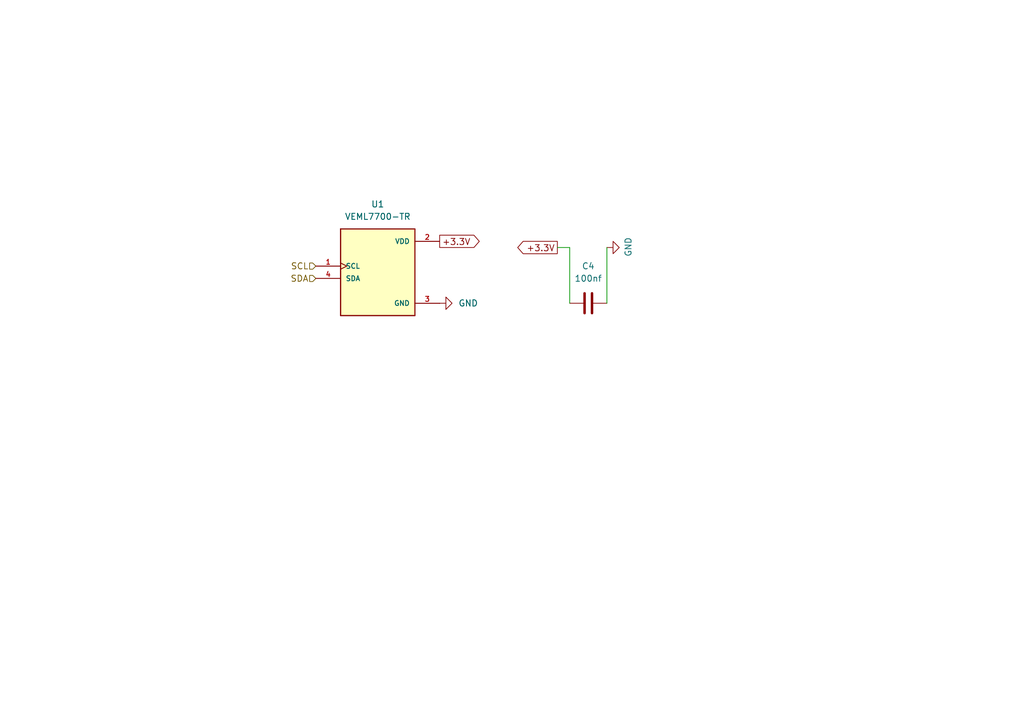
<source format=kicad_sch>
(kicad_sch (version 20250114) (generator "eeschema") (generator_version "9.0")
  (paper "A5")
  (lib_symbols
    (symbol "Device:C" (pin_numbers (hide yes)) (pin_names (offset 0.254))
      (property "Reference" "C" (at 0.635 2.54 0))
      (property "Value" "C" (at 0.635 -2.54 0))
      (symbol "C_0_1"
        (polyline (pts (xy -2.032 0.762) (xy 2.032 0.762)) (stroke (width 0.508)))
        (polyline (pts (xy -2.032 -0.762) (xy 2.032 -0.762)) (stroke (width 0.508)))
      )
      (symbol "C_1_1"
        (pin passive line (at 0 3.81 270) (length 2.794) (name "~") (number "1"))
        (pin passive line (at 0 -3.81 90) (length 2.794) (name "~") (number "2"))
      )
    )
    (symbol "panel:VEML7700-TR" (pin_names (offset 1.016))
      (property "Reference" "U" (at -7.62 10.795 0))
      (property "Value" "VEML7700-TR" (at -7.62 -10.16 0))
      (symbol "VEML7700-TR_0_0"
        (rectangle (start -7.62 -7.62) (end 7.62 10.16) (stroke (width 0.254)) (fill (type background)))
        (pin input clock (at -12.7 2.54 0) (length 5.08) (name "SCL") (number "1"))
        (pin bidirectional line (at -12.7 0 0) (length 5.08) (name "SDA") (number "4"))
        (pin power_in line (at 12.7 7.62 180) (length 5.08) (name "VDD") (number "2"))
        (pin power_in line (at 12.7 -5.08 180) (length 5.08) (name "GND") (number "3"))
      )
    )
    (symbol "power:GND" (power) (pin_numbers (hide yes)) (pin_names (offset 0) (hide yes))
      (property "Value" "GND" (at 0 -3.81 0))
      (symbol "GND_0_1"
        (polyline (pts (xy 0 0) (xy 0 -1.27) (xy 1.27 -1.27) (xy 0 -2.54) (xy -1.27 -1.27) (xy 0 -1.27)))
      )
      (symbol "GND_1_1"
        (pin power_in line (at 0 0 270) (length 0) (name "~") (number "1"))
      )
    )
  )
  (wire (pts (xy 114.3 50.8) (xy 116.84 50.8)))
  (wire (pts (xy 116.84 50.8) (xy 116.84 62.23)))
  (wire (pts (xy 124.46 50.8) (xy 124.46 62.23)))
  (global_label "+3.3V" (shape output) (at 90.17 49.53 0) (property "Intersheetrefs" "${INTERSHEET_REFS}" (effects (hide yes))))
  (global_label "+3.3V" (shape output) (at 114.3 50.8 180) (property "Intersheetrefs" "${INTERSHEET_REFS}" (effects (hide yes))))
  (hierarchical_label "SCL" (shape input) (at 64.77 54.61 180))
  (hierarchical_label "SDA" (shape input) (at 64.77 57.15 180))
  (symbol (lib_id "power:GND") (at 124.46 50.8 90) (unit 1)
    (property "Reference" "#PWR07" (effects (hide yes)))
    (property "Value" "GND" (at 128.8542 50.673 0))
    (property "Description" "Power symbol creates a global label with name \"GND\" , ground" (effects (hide yes)))
  )
  (symbol (lib_id "power:GND") (at 90.17 62.23 90) (unit 1)
    (property "Reference" "#PWR06" (effects (hide yes)))
    (property "Value" "GND" (at 93.98 62.2299 90) (effects (justify right)))
    (property "Description" "Power symbol creates a global label with name \"GND\" , ground" (effects (hide yes)))
  )
  (symbol (lib_id "panel:VEML7700-TR") (at 77.47 57.15 0) (unit 1)
    (property "Reference" "U1" (at 77.47 41.91 0))
    (property "Value" "VEML7700-TR" (at 77.47 44.45 0))
    (property "Footprint" "panel:XDCR_VEML7700-TR" (effects (hide yes)))
    (property "MF" "Vishay" (effects (hide yes)))
    (property "MAXIMUM_PACKAGE_HEIGHT" "3 mm" (effects (hide yes)))
    (property "Package" "Package" (effects (hide yes)))
    (property "Price" "None" (effects (hide yes)))
    (property "Check_prices" "https://www.snapeda.com/parts/VEML7700-TR/Vishay+Semiconductor+Opto+Division/view-part/?ref=eda" (effects (hide yes)))
    (property "STANDARD" "Manufacturer Recommendations" (effects (hide yes)))
    (property "PARTREV" "1.6" (effects (hide yes)))
    (property "SnapEDA_Link" "https://www.snapeda.com/parts/VEML7700-TR/Vishay+Semiconductor+Opto+Division/view-part/?ref=snap" (effects (hide yes)))
    (property "MP" "VEML7700-TR" (effects (hide yes)))
    (property "Description_1" "Optical Sensor Ambient 545nm I2C 4-SMD, J-Lead" (effects (hide yes)))
    (property "MANUFACTURER" "Vishay" (effects (hide yes)))
    (property "Availability" "In Stock" (effects (hide yes)))
    (property "SNAPEDA_PN" "VEML7700-TR" (effects (hide yes)))
  )
  (symbol (lib_id "Device:C") (at 120.65 62.23 90) (unit 1)
    (property "Reference" "C4" (at 120.65 54.61 90))
    (property "Value" "100nf" (at 120.65 57.15 90))
    (property "Footprint" "Capacitor_SMD:C_0805_2012Metric" (effects (hide yes)))
    (property "Description" "Unpolarized capacitor" (effects (hide yes)))
    (property "Cikkszám" "100.011.22" (effects (hide yes)))
    (property "Link" "https://www.hestore.hu/prod_10001122.html" (effects (hide yes)))
  )
)
</source>
